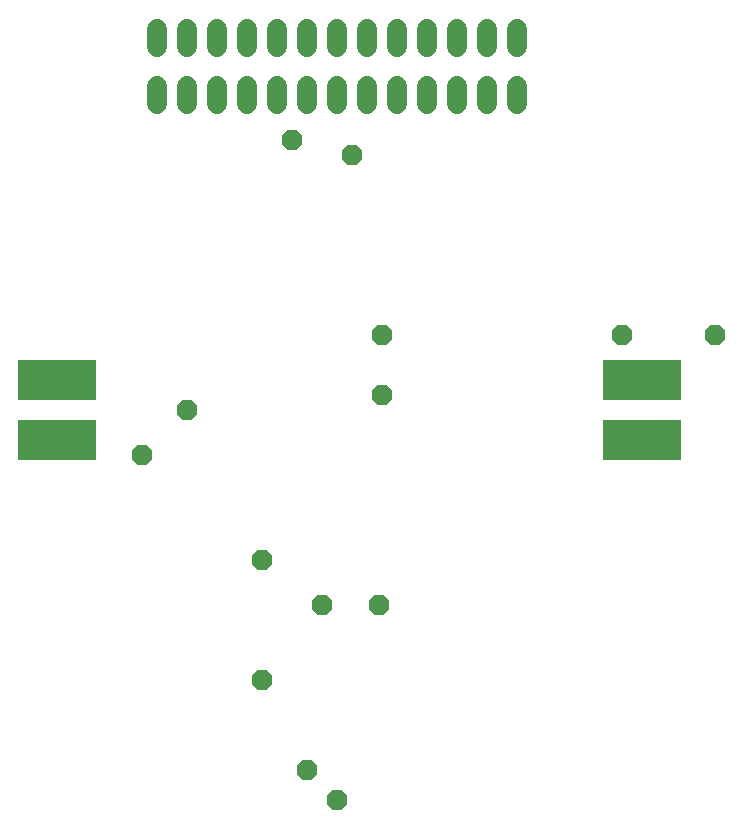
<source format=gbr>
G04 EAGLE Gerber RS-274X export*
G75*
%MOMM*%
%FSLAX34Y34*%
%LPD*%
%INSoldermask Bottom*%
%IPPOS*%
%AMOC8*
5,1,8,0,0,1.08239X$1,22.5*%
G01*
G04 Define Apertures*
%ADD10C,1.727200*%
%ADD11R,6.654800X3.454400*%
%ADD12P,1.8695X8X22.5*%
D10*
X127000Y741680D02*
X127000Y756920D01*
X152400Y756920D02*
X152400Y741680D01*
X177800Y741680D02*
X177800Y756920D01*
X203200Y756920D02*
X203200Y741680D01*
X228600Y741680D02*
X228600Y756920D01*
X254000Y756920D02*
X254000Y741680D01*
X279400Y741680D02*
X279400Y756920D01*
X304800Y756920D02*
X304800Y741680D01*
X330200Y741680D02*
X330200Y756920D01*
X355600Y756920D02*
X355600Y741680D01*
X381000Y741680D02*
X381000Y756920D01*
X406400Y756920D02*
X406400Y741680D01*
X431800Y741680D02*
X431800Y756920D01*
X127000Y789780D02*
X127000Y805020D01*
X152400Y805020D02*
X152400Y789780D01*
X177800Y789780D02*
X177800Y805020D01*
X203200Y805020D02*
X203200Y789780D01*
X228600Y789780D02*
X228600Y805020D01*
X254000Y805020D02*
X254000Y789780D01*
X279400Y789780D02*
X279400Y805020D01*
X304800Y805020D02*
X304800Y789780D01*
X330200Y789780D02*
X330200Y805020D01*
X355600Y805020D02*
X355600Y789780D01*
X381000Y789780D02*
X381000Y805020D01*
X406400Y805020D02*
X406400Y789780D01*
X431800Y789780D02*
X431800Y805020D01*
D11*
X537718Y457200D03*
X537718Y508000D03*
X42418Y457200D03*
X42418Y508000D03*
D12*
X241300Y711200D03*
X292100Y698500D03*
X215900Y254000D03*
X215900Y355600D03*
X314800Y317500D03*
X266700Y317500D03*
X279400Y152400D03*
X254000Y177800D03*
X599600Y546100D03*
X520700Y546100D03*
X114300Y444500D03*
X152400Y482600D03*
X317500Y546100D03*
X317500Y495300D03*
M02*

</source>
